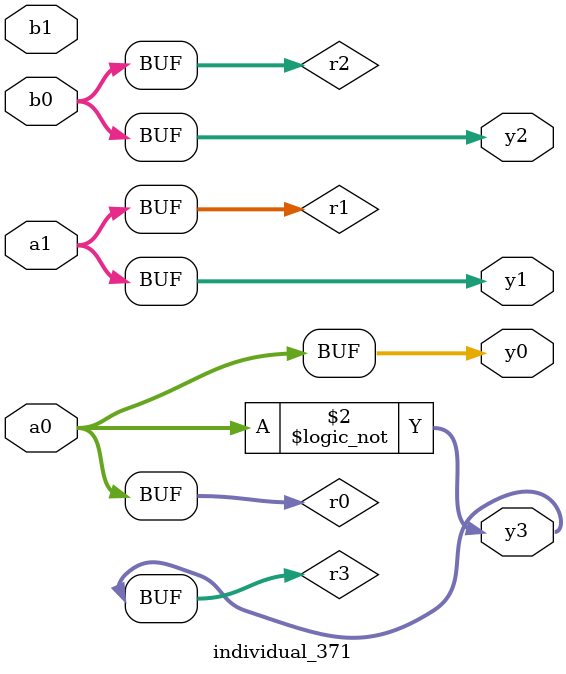
<source format=sv>
module individual_371(input logic [15:0] a1, input logic [15:0] a0, input logic [15:0] b1, input logic [15:0] b0, output logic [15:0] y3, output logic [15:0] y2, output logic [15:0] y1, output logic [15:0] y0);
logic [15:0] r0, r1, r2, r3; 
 always@(*) begin 
	 r0 = a0; r1 = a1; r2 = b0; r3 = b1; 
 	 r3 = ! a0 ;
 	 y3 = r3; y2 = r2; y1 = r1; y0 = r0; 
end
endmodule
</source>
